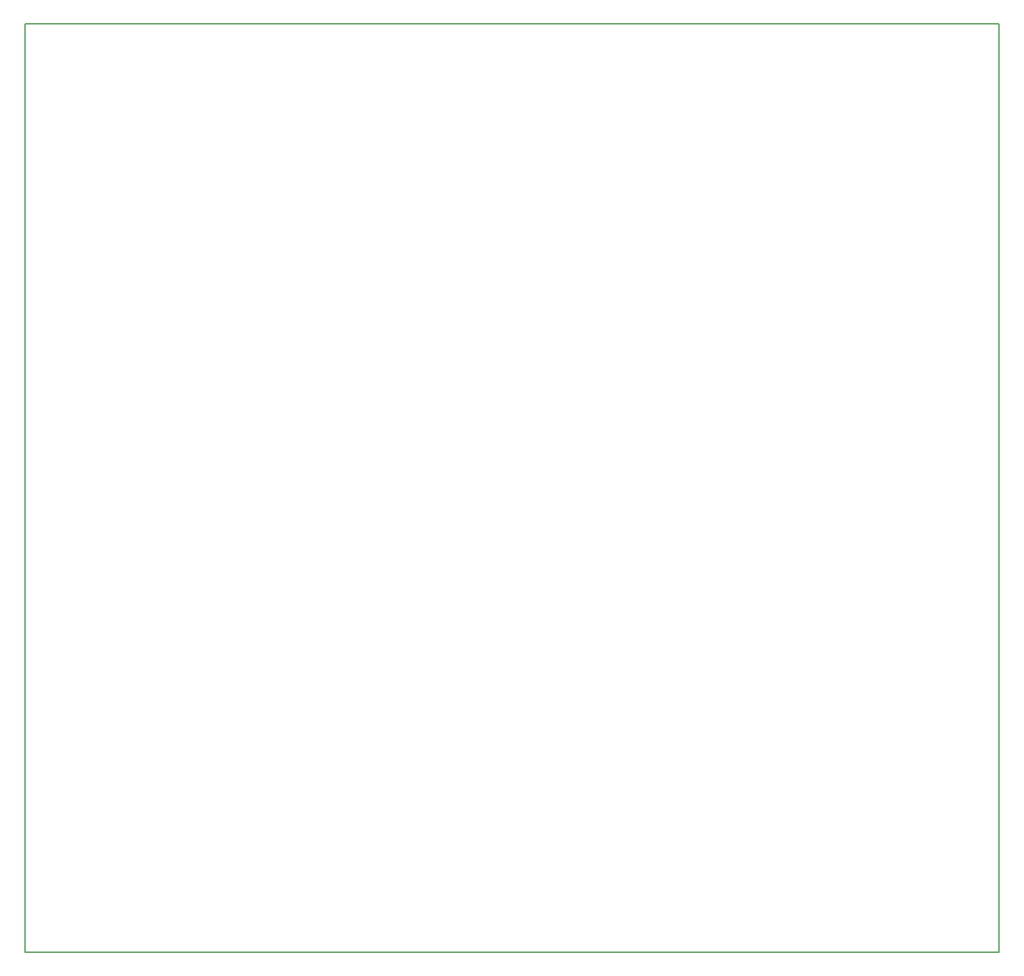
<source format=gbr>
G04 PROTEUS GERBER X2 FILE*
%TF.GenerationSoftware,Labcenter,Proteus,8.15-SP1-Build34318*%
%TF.CreationDate,2023-09-22T14:22:51+00:00*%
%TF.FileFunction,NonPlated,1,0,NPTH*%
%TF.FilePolarity,Positive*%
%TF.Part,Single*%
%TF.SameCoordinates,{a03bde03-d8f0-4a32-bc8c-763bbf401456}*%
%FSLAX45Y45*%
%MOMM*%
G01*
%TA.AperFunction,Profile*%
%ADD23C,0.203200*%
%TD.AperFunction*%
D23*
X-8214500Y-6651500D02*
X+5622000Y-6651500D01*
X+5622000Y+6540500D01*
X-8214500Y+6540500D01*
X-8214500Y-6651500D01*
M02*

</source>
